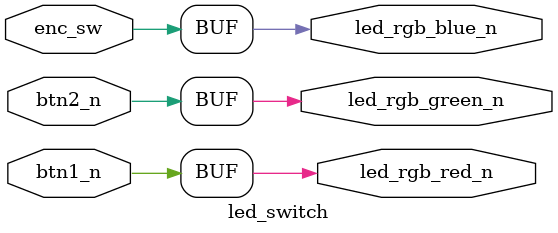
<source format=v>
module led_switch (
	input wire btn1_n,
	input wire btn2_n,
	input wire enc_sw,
	output wire led_rgb_red_n,
	output wire led_rgb_green_n,
	output wire led_rgb_blue_n
);

assign led_rgb_red_n = btn1_n;
assign led_rgb_green_n = btn2_n;
assign led_rgb_blue_n = enc_sw;

endmodule
</source>
